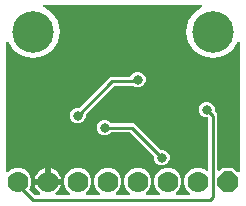
<source format=gbr>
G04 EAGLE Gerber RS-274X export*
G75*
%MOMM*%
%FSLAX34Y34*%
%LPD*%
%INBottom Copper*%
%IPPOS*%
%AMOC8*
5,1,8,0,0,1.08239X$1,22.5*%
G01*
%ADD10C,3.516000*%
%ADD11P,1.924489X8X292.500000*%
%ADD12C,1.778000*%
%ADD13C,0.800100*%
%ADD14C,0.254000*%

G36*
X30557Y13981D02*
X30557Y13981D01*
X30636Y13981D01*
X30714Y14001D01*
X30793Y14011D01*
X30867Y14040D01*
X30944Y14060D01*
X31015Y14098D01*
X31089Y14128D01*
X31153Y14174D01*
X31223Y14213D01*
X31281Y14267D01*
X31346Y14314D01*
X31397Y14376D01*
X31455Y14430D01*
X31498Y14498D01*
X31549Y14559D01*
X31583Y14631D01*
X31626Y14699D01*
X31650Y14775D01*
X31684Y14847D01*
X31699Y14925D01*
X31724Y15001D01*
X31729Y15081D01*
X31744Y15159D01*
X31739Y15239D01*
X31744Y15319D01*
X31729Y15397D01*
X31725Y15477D01*
X31700Y15553D01*
X31685Y15631D01*
X31651Y15703D01*
X31626Y15779D01*
X31584Y15847D01*
X31550Y15919D01*
X31499Y15980D01*
X31456Y16048D01*
X31398Y16103D01*
X31348Y16164D01*
X31226Y16265D01*
X31225Y16266D01*
X31224Y16266D01*
X31224Y16267D01*
X30653Y16681D01*
X29381Y17953D01*
X28323Y19409D01*
X27507Y21012D01*
X26951Y22723D01*
X26923Y22901D01*
X36870Y22901D01*
X36988Y22916D01*
X37107Y22923D01*
X37145Y22935D01*
X37185Y22941D01*
X37296Y22984D01*
X37409Y23021D01*
X37443Y23043D01*
X37481Y23058D01*
X37577Y23127D01*
X37678Y23191D01*
X37706Y23221D01*
X37738Y23244D01*
X37814Y23336D01*
X37896Y23423D01*
X37915Y23458D01*
X37941Y23489D01*
X37992Y23597D01*
X38049Y23701D01*
X38059Y23741D01*
X38077Y23777D01*
X38097Y23884D01*
X38101Y23854D01*
X38145Y23744D01*
X38181Y23631D01*
X38203Y23596D01*
X38218Y23559D01*
X38288Y23462D01*
X38351Y23362D01*
X38381Y23334D01*
X38405Y23301D01*
X38496Y23225D01*
X38583Y23144D01*
X38618Y23124D01*
X38650Y23099D01*
X38757Y23048D01*
X38862Y22990D01*
X38901Y22980D01*
X38937Y22963D01*
X39054Y22941D01*
X39170Y22911D01*
X39230Y22907D01*
X39250Y22903D01*
X39270Y22905D01*
X39330Y22901D01*
X49277Y22901D01*
X49249Y22723D01*
X48693Y21012D01*
X47877Y19409D01*
X46819Y17953D01*
X45547Y16681D01*
X44976Y16267D01*
X44918Y16212D01*
X44854Y16166D01*
X44803Y16104D01*
X44745Y16049D01*
X44702Y15982D01*
X44651Y15921D01*
X44617Y15848D01*
X44574Y15781D01*
X44549Y15705D01*
X44516Y15633D01*
X44500Y15554D01*
X44476Y15478D01*
X44471Y15399D01*
X44456Y15320D01*
X44461Y15241D01*
X44456Y15161D01*
X44471Y15083D01*
X44475Y15003D01*
X44500Y14927D01*
X44515Y14848D01*
X44549Y14776D01*
X44574Y14701D01*
X44616Y14633D01*
X44650Y14561D01*
X44701Y14499D01*
X44744Y14432D01*
X44802Y14377D01*
X44853Y14315D01*
X44917Y14269D01*
X44975Y14214D01*
X45045Y14175D01*
X45110Y14128D01*
X45184Y14099D01*
X45254Y14060D01*
X45331Y14040D01*
X45406Y14011D01*
X45485Y14001D01*
X45562Y13981D01*
X45720Y13971D01*
X45721Y13971D01*
X45722Y13971D01*
X55700Y13971D01*
X55837Y13988D01*
X55976Y14001D01*
X55995Y14008D01*
X56015Y14011D01*
X56144Y14062D01*
X56275Y14109D01*
X56292Y14120D01*
X56311Y14128D01*
X56423Y14209D01*
X56538Y14287D01*
X56552Y14303D01*
X56568Y14314D01*
X56657Y14422D01*
X56749Y14526D01*
X56758Y14544D01*
X56771Y14559D01*
X56830Y14685D01*
X56893Y14809D01*
X56898Y14829D01*
X56906Y14847D01*
X56933Y14983D01*
X56963Y15119D01*
X56962Y15140D01*
X56966Y15159D01*
X56958Y15298D01*
X56953Y15437D01*
X56948Y15457D01*
X56946Y15477D01*
X56904Y15609D01*
X56865Y15743D01*
X56855Y15760D01*
X56848Y15779D01*
X56774Y15897D01*
X56703Y16017D01*
X56685Y16038D01*
X56678Y16048D01*
X56663Y16062D01*
X56597Y16137D01*
X53809Y18925D01*
X52069Y23126D01*
X52069Y27674D01*
X53809Y31875D01*
X57025Y35091D01*
X61226Y36831D01*
X65774Y36831D01*
X69975Y35091D01*
X73191Y31875D01*
X74931Y27674D01*
X74931Y23126D01*
X73191Y18925D01*
X70403Y16137D01*
X70318Y16028D01*
X70229Y15921D01*
X70220Y15902D01*
X70208Y15886D01*
X70153Y15758D01*
X70094Y15633D01*
X70090Y15613D01*
X70082Y15594D01*
X70060Y15456D01*
X70034Y15320D01*
X70035Y15300D01*
X70032Y15280D01*
X70045Y15141D01*
X70054Y15003D01*
X70060Y14984D01*
X70062Y14964D01*
X70109Y14832D01*
X70152Y14701D01*
X70162Y14683D01*
X70169Y14664D01*
X70247Y14549D01*
X70322Y14432D01*
X70336Y14418D01*
X70348Y14401D01*
X70452Y14309D01*
X70553Y14214D01*
X70571Y14204D01*
X70586Y14191D01*
X70710Y14127D01*
X70832Y14060D01*
X70851Y14055D01*
X70869Y14046D01*
X71005Y14016D01*
X71140Y13981D01*
X71168Y13979D01*
X71180Y13976D01*
X71200Y13977D01*
X71300Y13971D01*
X81100Y13971D01*
X81237Y13988D01*
X81376Y14001D01*
X81395Y14008D01*
X81415Y14011D01*
X81544Y14062D01*
X81675Y14109D01*
X81692Y14120D01*
X81711Y14128D01*
X81823Y14209D01*
X81938Y14287D01*
X81952Y14303D01*
X81968Y14314D01*
X82057Y14422D01*
X82149Y14526D01*
X82158Y14544D01*
X82171Y14559D01*
X82230Y14685D01*
X82293Y14809D01*
X82298Y14829D01*
X82306Y14847D01*
X82333Y14983D01*
X82363Y15119D01*
X82362Y15140D01*
X82366Y15159D01*
X82358Y15298D01*
X82353Y15437D01*
X82348Y15457D01*
X82346Y15477D01*
X82304Y15609D01*
X82265Y15743D01*
X82255Y15760D01*
X82248Y15779D01*
X82174Y15897D01*
X82103Y16017D01*
X82085Y16038D01*
X82078Y16048D01*
X82063Y16062D01*
X81997Y16137D01*
X79209Y18925D01*
X77469Y23126D01*
X77469Y27674D01*
X79209Y31875D01*
X82425Y35091D01*
X86626Y36831D01*
X91174Y36831D01*
X95375Y35091D01*
X98591Y31875D01*
X100331Y27674D01*
X100331Y23126D01*
X98591Y18925D01*
X95803Y16137D01*
X95718Y16028D01*
X95629Y15921D01*
X95620Y15902D01*
X95608Y15886D01*
X95553Y15758D01*
X95494Y15633D01*
X95490Y15613D01*
X95482Y15594D01*
X95460Y15456D01*
X95434Y15320D01*
X95435Y15300D01*
X95432Y15280D01*
X95445Y15141D01*
X95454Y15003D01*
X95460Y14984D01*
X95462Y14964D01*
X95509Y14832D01*
X95552Y14701D01*
X95562Y14683D01*
X95569Y14664D01*
X95647Y14549D01*
X95722Y14432D01*
X95736Y14418D01*
X95748Y14401D01*
X95852Y14309D01*
X95953Y14214D01*
X95971Y14204D01*
X95986Y14191D01*
X96110Y14127D01*
X96232Y14060D01*
X96251Y14055D01*
X96269Y14046D01*
X96405Y14016D01*
X96540Y13981D01*
X96568Y13979D01*
X96580Y13976D01*
X96600Y13977D01*
X96700Y13971D01*
X106500Y13971D01*
X106637Y13988D01*
X106776Y14001D01*
X106795Y14008D01*
X106815Y14011D01*
X106944Y14062D01*
X107075Y14109D01*
X107092Y14120D01*
X107111Y14128D01*
X107223Y14209D01*
X107338Y14287D01*
X107352Y14303D01*
X107368Y14314D01*
X107457Y14422D01*
X107549Y14526D01*
X107558Y14544D01*
X107571Y14559D01*
X107630Y14685D01*
X107693Y14809D01*
X107698Y14829D01*
X107706Y14847D01*
X107733Y14983D01*
X107763Y15119D01*
X107762Y15140D01*
X107766Y15159D01*
X107758Y15298D01*
X107753Y15437D01*
X107748Y15457D01*
X107746Y15477D01*
X107704Y15609D01*
X107665Y15743D01*
X107655Y15760D01*
X107648Y15779D01*
X107574Y15897D01*
X107503Y16017D01*
X107485Y16038D01*
X107478Y16048D01*
X107463Y16062D01*
X107397Y16137D01*
X104609Y18925D01*
X102869Y23126D01*
X102869Y27674D01*
X104609Y31875D01*
X107825Y35091D01*
X112026Y36831D01*
X116574Y36831D01*
X120775Y35091D01*
X123991Y31875D01*
X125731Y27674D01*
X125731Y23126D01*
X123991Y18925D01*
X121203Y16137D01*
X121118Y16028D01*
X121029Y15921D01*
X121020Y15902D01*
X121008Y15886D01*
X120953Y15758D01*
X120894Y15633D01*
X120890Y15613D01*
X120882Y15594D01*
X120860Y15456D01*
X120834Y15320D01*
X120835Y15300D01*
X120832Y15280D01*
X120845Y15141D01*
X120854Y15003D01*
X120860Y14984D01*
X120862Y14964D01*
X120909Y14832D01*
X120952Y14701D01*
X120962Y14683D01*
X120969Y14664D01*
X121047Y14549D01*
X121122Y14432D01*
X121136Y14418D01*
X121148Y14401D01*
X121252Y14309D01*
X121353Y14214D01*
X121371Y14204D01*
X121386Y14191D01*
X121510Y14127D01*
X121632Y14060D01*
X121651Y14055D01*
X121669Y14046D01*
X121805Y14016D01*
X121940Y13981D01*
X121968Y13979D01*
X121980Y13976D01*
X122000Y13977D01*
X122100Y13971D01*
X131900Y13971D01*
X132037Y13988D01*
X132176Y14001D01*
X132195Y14008D01*
X132215Y14011D01*
X132344Y14062D01*
X132475Y14109D01*
X132492Y14120D01*
X132511Y14128D01*
X132623Y14209D01*
X132738Y14287D01*
X132752Y14303D01*
X132768Y14314D01*
X132857Y14422D01*
X132949Y14526D01*
X132958Y14544D01*
X132971Y14559D01*
X133030Y14685D01*
X133093Y14809D01*
X133098Y14829D01*
X133106Y14847D01*
X133133Y14983D01*
X133163Y15119D01*
X133162Y15140D01*
X133166Y15159D01*
X133158Y15298D01*
X133153Y15437D01*
X133148Y15457D01*
X133146Y15477D01*
X133104Y15609D01*
X133065Y15743D01*
X133055Y15760D01*
X133048Y15779D01*
X132974Y15897D01*
X132903Y16017D01*
X132885Y16038D01*
X132878Y16048D01*
X132863Y16062D01*
X132797Y16137D01*
X130009Y18925D01*
X128269Y23126D01*
X128269Y27674D01*
X130009Y31875D01*
X133225Y35091D01*
X137426Y36831D01*
X141974Y36831D01*
X146175Y35091D01*
X149391Y31875D01*
X151131Y27674D01*
X151131Y23126D01*
X149391Y18925D01*
X146603Y16137D01*
X146518Y16028D01*
X146429Y15921D01*
X146420Y15902D01*
X146408Y15886D01*
X146353Y15758D01*
X146294Y15633D01*
X146290Y15613D01*
X146282Y15594D01*
X146260Y15456D01*
X146234Y15320D01*
X146235Y15300D01*
X146232Y15280D01*
X146245Y15141D01*
X146254Y15003D01*
X146260Y14984D01*
X146262Y14964D01*
X146309Y14832D01*
X146352Y14701D01*
X146362Y14683D01*
X146369Y14664D01*
X146447Y14549D01*
X146522Y14432D01*
X146536Y14418D01*
X146548Y14401D01*
X146652Y14309D01*
X146753Y14214D01*
X146771Y14204D01*
X146786Y14191D01*
X146910Y14127D01*
X147032Y14060D01*
X147051Y14055D01*
X147069Y14046D01*
X147205Y14016D01*
X147340Y13981D01*
X147368Y13979D01*
X147380Y13976D01*
X147400Y13977D01*
X147500Y13971D01*
X157300Y13971D01*
X157437Y13988D01*
X157576Y14001D01*
X157595Y14008D01*
X157615Y14011D01*
X157744Y14062D01*
X157875Y14109D01*
X157892Y14120D01*
X157911Y14128D01*
X158023Y14209D01*
X158138Y14287D01*
X158152Y14303D01*
X158168Y14314D01*
X158257Y14422D01*
X158349Y14526D01*
X158358Y14544D01*
X158371Y14559D01*
X158430Y14685D01*
X158493Y14809D01*
X158498Y14829D01*
X158506Y14847D01*
X158533Y14983D01*
X158563Y15119D01*
X158562Y15140D01*
X158566Y15159D01*
X158558Y15298D01*
X158553Y15437D01*
X158548Y15457D01*
X158546Y15477D01*
X158504Y15609D01*
X158465Y15743D01*
X158455Y15760D01*
X158448Y15779D01*
X158374Y15897D01*
X158303Y16017D01*
X158285Y16038D01*
X158278Y16048D01*
X158263Y16062D01*
X158197Y16137D01*
X155409Y18925D01*
X153669Y23126D01*
X153669Y27674D01*
X155409Y31875D01*
X158625Y35091D01*
X162826Y36831D01*
X167374Y36831D01*
X171575Y35091D01*
X171822Y34843D01*
X171932Y34758D01*
X172039Y34669D01*
X172058Y34660D01*
X172074Y34648D01*
X172201Y34593D01*
X172327Y34534D01*
X172347Y34530D01*
X172366Y34522D01*
X172503Y34500D01*
X172640Y34474D01*
X172660Y34475D01*
X172680Y34472D01*
X172819Y34485D01*
X172957Y34494D01*
X172976Y34500D01*
X172996Y34502D01*
X173128Y34549D01*
X173259Y34592D01*
X173276Y34602D01*
X173296Y34609D01*
X173411Y34687D01*
X173528Y34762D01*
X173542Y34776D01*
X173559Y34788D01*
X173651Y34892D01*
X173746Y34993D01*
X173756Y35011D01*
X173769Y35026D01*
X173833Y35150D01*
X173900Y35272D01*
X173905Y35291D01*
X173914Y35309D01*
X173944Y35446D01*
X173979Y35580D01*
X173981Y35608D01*
X173984Y35620D01*
X173983Y35640D01*
X173989Y35740D01*
X173989Y78550D01*
X173974Y78668D01*
X173967Y78786D01*
X173954Y78825D01*
X173949Y78865D01*
X173906Y78976D01*
X173869Y79089D01*
X173847Y79123D01*
X173832Y79161D01*
X173763Y79257D01*
X173699Y79358D01*
X173669Y79385D01*
X173646Y79418D01*
X173554Y79494D01*
X173467Y79576D01*
X173432Y79595D01*
X173401Y79621D01*
X173293Y79672D01*
X173189Y79729D01*
X173149Y79739D01*
X173113Y79756D01*
X172996Y79779D01*
X172881Y79809D01*
X172821Y79812D01*
X172801Y79816D01*
X172780Y79815D01*
X172720Y79819D01*
X171419Y79819D01*
X169015Y80815D01*
X167175Y82655D01*
X166179Y85059D01*
X166179Y87661D01*
X167175Y90065D01*
X169015Y91905D01*
X171419Y92901D01*
X174021Y92901D01*
X176425Y91905D01*
X178265Y90065D01*
X179261Y87661D01*
X179261Y85734D01*
X179274Y85636D01*
X179277Y85536D01*
X179293Y85478D01*
X179301Y85418D01*
X179338Y85326D01*
X179365Y85231D01*
X179396Y85179D01*
X179418Y85122D01*
X179476Y85042D01*
X179527Y84957D01*
X179593Y84882D01*
X179605Y84865D01*
X179614Y84857D01*
X179633Y84836D01*
X181611Y82858D01*
X181611Y35740D01*
X181628Y35603D01*
X181641Y35464D01*
X181648Y35445D01*
X181651Y35425D01*
X181702Y35296D01*
X181749Y35165D01*
X181760Y35148D01*
X181768Y35129D01*
X181849Y35017D01*
X181927Y34902D01*
X181943Y34888D01*
X181954Y34872D01*
X182062Y34783D01*
X182166Y34691D01*
X182184Y34682D01*
X182199Y34669D01*
X182325Y34610D01*
X182449Y34547D01*
X182469Y34542D01*
X182487Y34534D01*
X182623Y34507D01*
X182759Y34477D01*
X182780Y34478D01*
X182799Y34474D01*
X182938Y34482D01*
X183077Y34487D01*
X183097Y34492D01*
X183117Y34493D01*
X183249Y34536D01*
X183383Y34575D01*
X183400Y34585D01*
X183419Y34592D01*
X183537Y34666D01*
X183657Y34737D01*
X183678Y34755D01*
X183688Y34762D01*
X183702Y34777D01*
X183777Y34843D01*
X185765Y36831D01*
X195235Y36831D01*
X198493Y33573D01*
X198602Y33488D01*
X198709Y33399D01*
X198728Y33390D01*
X198744Y33378D01*
X198872Y33323D01*
X198997Y33264D01*
X199017Y33260D01*
X199036Y33252D01*
X199174Y33230D01*
X199310Y33204D01*
X199330Y33205D01*
X199350Y33202D01*
X199489Y33215D01*
X199627Y33223D01*
X199646Y33230D01*
X199666Y33232D01*
X199798Y33279D01*
X199929Y33322D01*
X199947Y33332D01*
X199966Y33339D01*
X200081Y33417D01*
X200198Y33492D01*
X200212Y33506D01*
X200229Y33518D01*
X200321Y33622D01*
X200416Y33723D01*
X200426Y33741D01*
X200439Y33756D01*
X200503Y33880D01*
X200570Y34002D01*
X200575Y34021D01*
X200584Y34039D01*
X200614Y34175D01*
X200649Y34310D01*
X200651Y34338D01*
X200654Y34350D01*
X200653Y34370D01*
X200659Y34470D01*
X200659Y142396D01*
X200646Y142500D01*
X200642Y142604D01*
X200626Y142657D01*
X200619Y142711D01*
X200581Y142808D01*
X200551Y142909D01*
X200523Y142956D01*
X200502Y143007D01*
X200441Y143092D01*
X200387Y143181D01*
X200348Y143220D01*
X200316Y143265D01*
X200235Y143331D01*
X200161Y143404D01*
X200113Y143432D01*
X200071Y143467D01*
X199976Y143512D01*
X199886Y143564D01*
X199833Y143579D01*
X199783Y143603D01*
X199680Y143622D01*
X199580Y143651D01*
X199525Y143652D01*
X199471Y143663D01*
X199366Y143656D01*
X199262Y143659D01*
X199208Y143646D01*
X199153Y143643D01*
X199054Y143611D01*
X198952Y143587D01*
X198903Y143562D01*
X198851Y143545D01*
X198762Y143489D01*
X198670Y143441D01*
X198628Y143404D01*
X198582Y143375D01*
X198510Y143299D01*
X198432Y143229D01*
X198379Y143159D01*
X198364Y143143D01*
X198357Y143130D01*
X198335Y143101D01*
X193834Y136366D01*
X186478Y131450D01*
X177800Y129724D01*
X169122Y131450D01*
X161766Y136366D01*
X156850Y143722D01*
X155124Y152400D01*
X156850Y161078D01*
X161766Y168434D01*
X168501Y172935D01*
X168580Y173003D01*
X168665Y173064D01*
X168700Y173107D01*
X168741Y173143D01*
X168801Y173229D01*
X168867Y173309D01*
X168891Y173359D01*
X168922Y173405D01*
X168958Y173503D01*
X169003Y173597D01*
X169013Y173651D01*
X169032Y173703D01*
X169043Y173807D01*
X169063Y173910D01*
X169059Y173965D01*
X169065Y174019D01*
X169049Y174123D01*
X169043Y174227D01*
X169026Y174279D01*
X169018Y174334D01*
X168977Y174430D01*
X168945Y174529D01*
X168915Y174576D01*
X168894Y174627D01*
X168831Y174710D01*
X168775Y174798D01*
X168735Y174836D01*
X168701Y174880D01*
X168619Y174945D01*
X168543Y175016D01*
X168495Y175043D01*
X168452Y175077D01*
X168356Y175119D01*
X168265Y175170D01*
X168211Y175183D01*
X168161Y175206D01*
X168058Y175223D01*
X167957Y175249D01*
X167869Y175255D01*
X167847Y175258D01*
X167832Y175257D01*
X167796Y175259D01*
X35404Y175259D01*
X35300Y175246D01*
X35196Y175242D01*
X35143Y175226D01*
X35089Y175219D01*
X34992Y175181D01*
X34891Y175151D01*
X34844Y175123D01*
X34793Y175102D01*
X34708Y175041D01*
X34619Y174987D01*
X34580Y174948D01*
X34535Y174916D01*
X34469Y174835D01*
X34396Y174761D01*
X34368Y174713D01*
X34333Y174671D01*
X34288Y174576D01*
X34236Y174486D01*
X34221Y174433D01*
X34197Y174383D01*
X34178Y174280D01*
X34149Y174180D01*
X34148Y174125D01*
X34137Y174071D01*
X34144Y173966D01*
X34141Y173862D01*
X34154Y173808D01*
X34157Y173753D01*
X34189Y173654D01*
X34213Y173552D01*
X34238Y173503D01*
X34255Y173451D01*
X34311Y173362D01*
X34359Y173270D01*
X34396Y173228D01*
X34425Y173182D01*
X34501Y173110D01*
X34571Y173032D01*
X34641Y172979D01*
X34657Y172964D01*
X34670Y172957D01*
X34699Y172935D01*
X41434Y168434D01*
X46350Y161078D01*
X48076Y152400D01*
X46350Y143722D01*
X41434Y136366D01*
X34078Y131450D01*
X25400Y129724D01*
X16722Y131450D01*
X9366Y136366D01*
X4865Y143101D01*
X4797Y143180D01*
X4736Y143265D01*
X4693Y143300D01*
X4657Y143341D01*
X4571Y143401D01*
X4491Y143467D01*
X4441Y143491D01*
X4395Y143522D01*
X4297Y143558D01*
X4203Y143603D01*
X4149Y143613D01*
X4097Y143632D01*
X3993Y143643D01*
X3890Y143663D01*
X3835Y143659D01*
X3781Y143665D01*
X3677Y143649D01*
X3573Y143643D01*
X3521Y143626D01*
X3466Y143618D01*
X3370Y143577D01*
X3271Y143545D01*
X3224Y143515D01*
X3173Y143494D01*
X3090Y143431D01*
X3002Y143375D01*
X2964Y143335D01*
X2920Y143301D01*
X2855Y143219D01*
X2784Y143143D01*
X2757Y143095D01*
X2723Y143052D01*
X2681Y142956D01*
X2630Y142865D01*
X2617Y142811D01*
X2594Y142761D01*
X2577Y142658D01*
X2551Y142557D01*
X2545Y142469D01*
X2542Y142447D01*
X2543Y142432D01*
X2541Y142396D01*
X2541Y34470D01*
X2558Y34333D01*
X2571Y34194D01*
X2578Y34175D01*
X2581Y34155D01*
X2632Y34026D01*
X2679Y33895D01*
X2690Y33878D01*
X2698Y33859D01*
X2779Y33747D01*
X2857Y33632D01*
X2873Y33618D01*
X2884Y33602D01*
X2992Y33513D01*
X3096Y33421D01*
X3114Y33412D01*
X3129Y33399D01*
X3255Y33340D01*
X3379Y33277D01*
X3399Y33272D01*
X3417Y33264D01*
X3554Y33237D01*
X3689Y33207D01*
X3710Y33208D01*
X3729Y33204D01*
X3868Y33212D01*
X4007Y33217D01*
X4027Y33222D01*
X4047Y33224D01*
X4179Y33266D01*
X4313Y33305D01*
X4330Y33315D01*
X4349Y33322D01*
X4467Y33396D01*
X4587Y33467D01*
X4608Y33485D01*
X4618Y33492D01*
X4632Y33507D01*
X4707Y33573D01*
X6225Y35091D01*
X10426Y36831D01*
X14974Y36831D01*
X19175Y35091D01*
X22391Y31875D01*
X24131Y27674D01*
X24131Y23126D01*
X22608Y19450D01*
X22600Y19421D01*
X22587Y19395D01*
X22558Y19268D01*
X22524Y19143D01*
X22523Y19113D01*
X22517Y19084D01*
X22521Y18955D01*
X22519Y18825D01*
X22526Y18796D01*
X22527Y18767D01*
X22563Y18642D01*
X22593Y18516D01*
X22607Y18489D01*
X22615Y18461D01*
X22681Y18349D01*
X22742Y18234D01*
X22761Y18213D01*
X22776Y18187D01*
X22883Y18066D01*
X26607Y14342D01*
X26685Y14282D01*
X26757Y14214D01*
X26810Y14185D01*
X26858Y14148D01*
X26949Y14108D01*
X27036Y14060D01*
X27094Y14045D01*
X27150Y14021D01*
X27248Y14006D01*
X27344Y13981D01*
X27444Y13975D01*
X27464Y13971D01*
X27476Y13973D01*
X27504Y13971D01*
X30478Y13971D01*
X30557Y13981D01*
G37*
%LPC*%
G36*
X62199Y74739D02*
X62199Y74739D01*
X59795Y75735D01*
X57955Y77575D01*
X56959Y79979D01*
X56959Y82581D01*
X57955Y84985D01*
X59795Y86825D01*
X62199Y87821D01*
X64126Y87821D01*
X64224Y87834D01*
X64324Y87837D01*
X64382Y87853D01*
X64442Y87861D01*
X64534Y87898D01*
X64629Y87925D01*
X64681Y87956D01*
X64738Y87978D01*
X64818Y88036D01*
X64903Y88087D01*
X64978Y88153D01*
X64995Y88165D01*
X65003Y88174D01*
X65024Y88193D01*
X91132Y114301D01*
X107424Y114301D01*
X107454Y114304D01*
X107483Y114302D01*
X107611Y114324D01*
X107740Y114341D01*
X107767Y114351D01*
X107796Y114356D01*
X107915Y114410D01*
X108035Y114458D01*
X108059Y114475D01*
X108086Y114487D01*
X108188Y114568D01*
X108293Y114644D01*
X108312Y114667D01*
X108335Y114686D01*
X108412Y114789D01*
X108496Y114889D01*
X108508Y114916D01*
X108526Y114940D01*
X108597Y115084D01*
X108755Y115465D01*
X110595Y117305D01*
X112999Y118301D01*
X115601Y118301D01*
X118005Y117305D01*
X119845Y115465D01*
X120841Y113061D01*
X120841Y110459D01*
X119845Y108055D01*
X118005Y106215D01*
X115601Y105219D01*
X112999Y105219D01*
X110595Y106215D01*
X110502Y106308D01*
X110423Y106368D01*
X110351Y106436D01*
X110298Y106465D01*
X110250Y106502D01*
X110160Y106542D01*
X110073Y106590D01*
X110014Y106605D01*
X109959Y106629D01*
X109861Y106644D01*
X109765Y106669D01*
X109665Y106675D01*
X109645Y106679D01*
X109632Y106677D01*
X109604Y106679D01*
X94814Y106679D01*
X94716Y106667D01*
X94617Y106664D01*
X94559Y106647D01*
X94499Y106639D01*
X94407Y106603D01*
X94311Y106575D01*
X94259Y106545D01*
X94203Y106522D01*
X94123Y106464D01*
X94038Y106414D01*
X93962Y106348D01*
X93946Y106336D01*
X93938Y106326D01*
X93917Y106308D01*
X70413Y82804D01*
X70352Y82726D01*
X70284Y82653D01*
X70255Y82600D01*
X70218Y82553D01*
X70179Y82462D01*
X70131Y82375D01*
X70116Y82316D01*
X70092Y82261D01*
X70076Y82163D01*
X70051Y82067D01*
X70045Y81967D01*
X70042Y81947D01*
X70043Y81934D01*
X70041Y81906D01*
X70041Y79979D01*
X69045Y77575D01*
X67205Y75735D01*
X64801Y74739D01*
X62199Y74739D01*
G37*
%LPD*%
%LPC*%
G36*
X133319Y39179D02*
X133319Y39179D01*
X130915Y40175D01*
X129075Y42015D01*
X128079Y44419D01*
X128079Y46346D01*
X128066Y46444D01*
X128063Y46544D01*
X128047Y46602D01*
X128039Y46662D01*
X128002Y46754D01*
X127975Y46849D01*
X127944Y46901D01*
X127922Y46958D01*
X127864Y47038D01*
X127813Y47123D01*
X127747Y47198D01*
X127735Y47215D01*
X127726Y47223D01*
X127707Y47244D01*
X108013Y66938D01*
X107935Y66998D01*
X107863Y67066D01*
X107810Y67095D01*
X107762Y67132D01*
X107671Y67172D01*
X107584Y67220D01*
X107526Y67235D01*
X107470Y67259D01*
X107372Y67274D01*
X107276Y67299D01*
X107176Y67305D01*
X107156Y67309D01*
X107144Y67307D01*
X107116Y67309D01*
X92326Y67309D01*
X92228Y67297D01*
X92129Y67294D01*
X92070Y67277D01*
X92010Y67269D01*
X91918Y67233D01*
X91823Y67205D01*
X91771Y67175D01*
X91715Y67152D01*
X91634Y67094D01*
X91549Y67044D01*
X91474Y66978D01*
X91457Y66966D01*
X91449Y66956D01*
X91428Y66938D01*
X90065Y65575D01*
X87661Y64579D01*
X85059Y64579D01*
X82655Y65575D01*
X80815Y67415D01*
X79819Y69819D01*
X79819Y72421D01*
X80815Y74825D01*
X82655Y76665D01*
X85059Y77661D01*
X87661Y77661D01*
X90065Y76665D01*
X91428Y75302D01*
X91507Y75242D01*
X91579Y75174D01*
X91632Y75145D01*
X91680Y75108D01*
X91770Y75068D01*
X91857Y75020D01*
X91916Y75005D01*
X91971Y74981D01*
X92069Y74966D01*
X92165Y74941D01*
X92265Y74935D01*
X92285Y74931D01*
X92298Y74933D01*
X92326Y74931D01*
X110798Y74931D01*
X133096Y52633D01*
X133174Y52572D01*
X133247Y52504D01*
X133300Y52475D01*
X133347Y52438D01*
X133438Y52399D01*
X133525Y52351D01*
X133584Y52336D01*
X133639Y52312D01*
X133737Y52296D01*
X133833Y52271D01*
X133933Y52265D01*
X133953Y52262D01*
X133966Y52263D01*
X133994Y52261D01*
X135921Y52261D01*
X138325Y51265D01*
X140165Y49425D01*
X141161Y47021D01*
X141161Y44419D01*
X140165Y42015D01*
X138325Y40175D01*
X135921Y39179D01*
X133319Y39179D01*
G37*
%LPD*%
%LPC*%
G36*
X40599Y27899D02*
X40599Y27899D01*
X40599Y36577D01*
X40777Y36549D01*
X42488Y35993D01*
X44091Y35177D01*
X45547Y34119D01*
X46819Y32847D01*
X47877Y31391D01*
X48693Y29788D01*
X49249Y28077D01*
X49277Y27899D01*
X40599Y27899D01*
G37*
%LPD*%
%LPC*%
G36*
X26923Y27899D02*
X26923Y27899D01*
X26951Y28077D01*
X27507Y29788D01*
X28323Y31391D01*
X29381Y32847D01*
X30653Y34119D01*
X32109Y35177D01*
X33712Y35993D01*
X35423Y36549D01*
X35601Y36577D01*
X35601Y27899D01*
X26923Y27899D01*
G37*
%LPD*%
D10*
X25400Y152400D03*
X177800Y152400D03*
D11*
X190500Y25400D03*
D12*
X165100Y25400D03*
X139700Y25400D03*
X114300Y25400D03*
X88900Y25400D03*
X63500Y25400D03*
X38100Y25400D03*
X12700Y25400D03*
D13*
X10160Y71120D03*
X73660Y71120D03*
X114300Y128270D03*
X99060Y93980D03*
X86360Y71120D03*
D14*
X109220Y71120D01*
X134620Y45720D01*
D13*
X134620Y45720D03*
X63500Y81280D03*
D14*
X92710Y110490D01*
X111760Y110490D01*
X114300Y111760D01*
D13*
X114300Y111760D03*
X172720Y86360D03*
D14*
X177800Y81280D01*
X177800Y12700D01*
X175260Y10160D01*
X25400Y10160D01*
X12700Y22860D01*
X12700Y25400D01*
M02*

</source>
